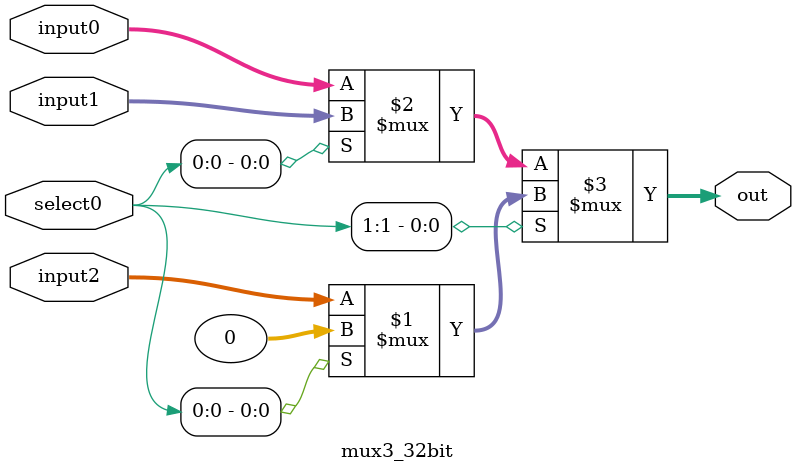
<source format=v>
module mux2 (
    input[31:0] input0,
    input[31:0] input1,
    input select0,
    output[31:0] out
);
wire[31:0] out;
assign out = (select0) ? input0 : input1;
endmodule

module mux3_5bit (
    input[4:0] input0,
    input[4:0] input1,
    input[4:0] input2,
    input[1:0] select0,
    output wire[4:0] out
);
assign out = select0[1] ? (select0[0] ? 0 : input2) : (select0[0] ? input1 : input0);
endmodule

module mux3_32bit (
    input[31:0] input0,
    input[31:0] input1,
    input[31:0] input2,
    input[1:0] select0,
    output[31:0] out
);
wire[31:0] out;
assign out = select0[1] ? (select0[0] ? 0 : input2) : (select0[0] ? input1 : input0);
endmodule

</source>
